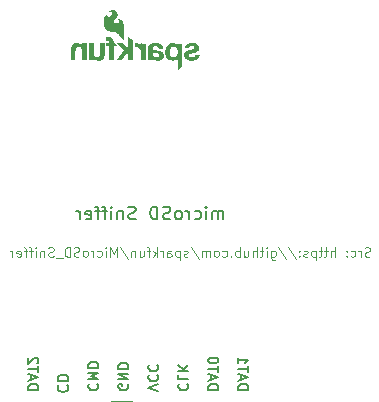
<source format=gbr>
%TF.GenerationSoftware,KiCad,Pcbnew,7.0.9*%
%TF.CreationDate,2023-12-03T04:53:17-05:00*%
%TF.ProjectId,SparkFun_MicroSD_Sniffer_v10,53706172-6b46-4756-9e5f-4d6963726f53,rev?*%
%TF.SameCoordinates,Original*%
%TF.FileFunction,Legend,Bot*%
%TF.FilePolarity,Positive*%
%FSLAX46Y46*%
G04 Gerber Fmt 4.6, Leading zero omitted, Abs format (unit mm)*
G04 Created by KiCad (PCBNEW 7.0.9) date 2023-12-03 04:53:17*
%MOMM*%
%LPD*%
G01*
G04 APERTURE LIST*
G04 Aperture macros list*
%AMRoundRect*
0 Rectangle with rounded corners*
0 $1 Rounding radius*
0 $2 $3 $4 $5 $6 $7 $8 $9 X,Y pos of 4 corners*
0 Add a 4 corners polygon primitive as box body*
4,1,4,$2,$3,$4,$5,$6,$7,$8,$9,$2,$3,0*
0 Add four circle primitives for the rounded corners*
1,1,$1+$1,$2,$3*
1,1,$1+$1,$4,$5*
1,1,$1+$1,$6,$7*
1,1,$1+$1,$8,$9*
0 Add four rect primitives between the rounded corners*
20,1,$1+$1,$2,$3,$4,$5,0*
20,1,$1+$1,$4,$5,$6,$7,0*
20,1,$1+$1,$6,$7,$8,$9,0*
20,1,$1+$1,$8,$9,$2,$3,0*%
G04 Aperture macros list end*
%ADD10C,0.152400*%
%ADD11C,0.190500*%
%ADD12C,0.100000*%
%ADD13RoundRect,0.101600X1.625000X-0.425000X1.625000X0.425000X-1.625000X0.425000X-1.625000X-0.425000X0*%
%ADD14RoundRect,0.101600X-1.875000X0.425000X-1.875000X-0.425000X1.875000X-0.425000X1.875000X0.425000X0*%
%ADD15RoundRect,0.101600X1.875000X-0.425000X1.875000X0.425000X-1.875000X0.425000X-1.875000X-0.425000X0*%
%ADD16C,2.082800*%
%ADD17RoundRect,0.101600X0.939800X-0.939800X0.939800X0.939800X-0.939800X0.939800X-0.939800X-0.939800X0*%
%ADD18C,1.000000*%
G04 APERTURE END LIST*
D10*
X135670388Y-114989556D02*
X135711512Y-115071803D01*
X135711512Y-115071803D02*
X135711512Y-115195175D01*
X135711512Y-115195175D02*
X135670388Y-115318546D01*
X135670388Y-115318546D02*
X135588140Y-115400794D01*
X135588140Y-115400794D02*
X135505893Y-115441917D01*
X135505893Y-115441917D02*
X135341397Y-115483041D01*
X135341397Y-115483041D02*
X135218026Y-115483041D01*
X135218026Y-115483041D02*
X135053531Y-115441917D01*
X135053531Y-115441917D02*
X134971283Y-115400794D01*
X134971283Y-115400794D02*
X134889036Y-115318546D01*
X134889036Y-115318546D02*
X134847912Y-115195175D01*
X134847912Y-115195175D02*
X134847912Y-115112927D01*
X134847912Y-115112927D02*
X134889036Y-114989556D01*
X134889036Y-114989556D02*
X134930159Y-114948432D01*
X134930159Y-114948432D02*
X135218026Y-114948432D01*
X135218026Y-114948432D02*
X135218026Y-115112927D01*
X134847912Y-114578317D02*
X135711512Y-114578317D01*
X135711512Y-114578317D02*
X134847912Y-114084832D01*
X134847912Y-114084832D02*
X135711512Y-114084832D01*
X134847912Y-113673593D02*
X135711512Y-113673593D01*
X135711512Y-113673593D02*
X135711512Y-113467974D01*
X135711512Y-113467974D02*
X135670388Y-113344603D01*
X135670388Y-113344603D02*
X135588140Y-113262355D01*
X135588140Y-113262355D02*
X135505893Y-113221232D01*
X135505893Y-113221232D02*
X135341397Y-113180108D01*
X135341397Y-113180108D02*
X135218026Y-113180108D01*
X135218026Y-113180108D02*
X135053531Y-113221232D01*
X135053531Y-113221232D02*
X134971283Y-113262355D01*
X134971283Y-113262355D02*
X134889036Y-113344603D01*
X134889036Y-113344603D02*
X134847912Y-113467974D01*
X134847912Y-113467974D02*
X134847912Y-113673593D01*
D11*
X143737648Y-101027983D02*
X143737648Y-100308317D01*
X143737648Y-100411126D02*
X143686243Y-100359721D01*
X143686243Y-100359721D02*
X143583433Y-100308317D01*
X143583433Y-100308317D02*
X143429219Y-100308317D01*
X143429219Y-100308317D02*
X143326410Y-100359721D01*
X143326410Y-100359721D02*
X143275005Y-100462531D01*
X143275005Y-100462531D02*
X143275005Y-101027983D01*
X143275005Y-100462531D02*
X143223600Y-100359721D01*
X143223600Y-100359721D02*
X143120791Y-100308317D01*
X143120791Y-100308317D02*
X142966576Y-100308317D01*
X142966576Y-100308317D02*
X142863767Y-100359721D01*
X142863767Y-100359721D02*
X142812362Y-100462531D01*
X142812362Y-100462531D02*
X142812362Y-101027983D01*
X142298315Y-101027983D02*
X142298315Y-100308317D01*
X142298315Y-99948483D02*
X142349719Y-99999888D01*
X142349719Y-99999888D02*
X142298315Y-100051293D01*
X142298315Y-100051293D02*
X142246910Y-99999888D01*
X142246910Y-99999888D02*
X142298315Y-99948483D01*
X142298315Y-99948483D02*
X142298315Y-100051293D01*
X141321624Y-100976579D02*
X141424433Y-101027983D01*
X141424433Y-101027983D02*
X141630052Y-101027983D01*
X141630052Y-101027983D02*
X141732862Y-100976579D01*
X141732862Y-100976579D02*
X141784267Y-100925174D01*
X141784267Y-100925174D02*
X141835671Y-100822364D01*
X141835671Y-100822364D02*
X141835671Y-100513936D01*
X141835671Y-100513936D02*
X141784267Y-100411126D01*
X141784267Y-100411126D02*
X141732862Y-100359721D01*
X141732862Y-100359721D02*
X141630052Y-100308317D01*
X141630052Y-100308317D02*
X141424433Y-100308317D01*
X141424433Y-100308317D02*
X141321624Y-100359721D01*
X140858981Y-101027983D02*
X140858981Y-100308317D01*
X140858981Y-100513936D02*
X140807576Y-100411126D01*
X140807576Y-100411126D02*
X140756171Y-100359721D01*
X140756171Y-100359721D02*
X140653362Y-100308317D01*
X140653362Y-100308317D02*
X140550552Y-100308317D01*
X140036504Y-101027983D02*
X140139314Y-100976579D01*
X140139314Y-100976579D02*
X140190719Y-100925174D01*
X140190719Y-100925174D02*
X140242123Y-100822364D01*
X140242123Y-100822364D02*
X140242123Y-100513936D01*
X140242123Y-100513936D02*
X140190719Y-100411126D01*
X140190719Y-100411126D02*
X140139314Y-100359721D01*
X140139314Y-100359721D02*
X140036504Y-100308317D01*
X140036504Y-100308317D02*
X139882290Y-100308317D01*
X139882290Y-100308317D02*
X139779481Y-100359721D01*
X139779481Y-100359721D02*
X139728076Y-100411126D01*
X139728076Y-100411126D02*
X139676671Y-100513936D01*
X139676671Y-100513936D02*
X139676671Y-100822364D01*
X139676671Y-100822364D02*
X139728076Y-100925174D01*
X139728076Y-100925174D02*
X139779481Y-100976579D01*
X139779481Y-100976579D02*
X139882290Y-101027983D01*
X139882290Y-101027983D02*
X140036504Y-101027983D01*
X139265433Y-100976579D02*
X139111219Y-101027983D01*
X139111219Y-101027983D02*
X138854195Y-101027983D01*
X138854195Y-101027983D02*
X138751386Y-100976579D01*
X138751386Y-100976579D02*
X138699981Y-100925174D01*
X138699981Y-100925174D02*
X138648576Y-100822364D01*
X138648576Y-100822364D02*
X138648576Y-100719555D01*
X138648576Y-100719555D02*
X138699981Y-100616745D01*
X138699981Y-100616745D02*
X138751386Y-100565340D01*
X138751386Y-100565340D02*
X138854195Y-100513936D01*
X138854195Y-100513936D02*
X139059814Y-100462531D01*
X139059814Y-100462531D02*
X139162624Y-100411126D01*
X139162624Y-100411126D02*
X139214029Y-100359721D01*
X139214029Y-100359721D02*
X139265433Y-100256912D01*
X139265433Y-100256912D02*
X139265433Y-100154102D01*
X139265433Y-100154102D02*
X139214029Y-100051293D01*
X139214029Y-100051293D02*
X139162624Y-99999888D01*
X139162624Y-99999888D02*
X139059814Y-99948483D01*
X139059814Y-99948483D02*
X138802791Y-99948483D01*
X138802791Y-99948483D02*
X138648576Y-99999888D01*
X138185934Y-101027983D02*
X138185934Y-99948483D01*
X138185934Y-99948483D02*
X137928910Y-99948483D01*
X137928910Y-99948483D02*
X137774696Y-99999888D01*
X137774696Y-99999888D02*
X137671886Y-100102698D01*
X137671886Y-100102698D02*
X137620481Y-100205507D01*
X137620481Y-100205507D02*
X137569077Y-100411126D01*
X137569077Y-100411126D02*
X137569077Y-100565340D01*
X137569077Y-100565340D02*
X137620481Y-100770959D01*
X137620481Y-100770959D02*
X137671886Y-100873769D01*
X137671886Y-100873769D02*
X137774696Y-100976579D01*
X137774696Y-100976579D02*
X137928910Y-101027983D01*
X137928910Y-101027983D02*
X138185934Y-101027983D01*
X136335362Y-100976579D02*
X136181148Y-101027983D01*
X136181148Y-101027983D02*
X135924124Y-101027983D01*
X135924124Y-101027983D02*
X135821315Y-100976579D01*
X135821315Y-100976579D02*
X135769910Y-100925174D01*
X135769910Y-100925174D02*
X135718505Y-100822364D01*
X135718505Y-100822364D02*
X135718505Y-100719555D01*
X135718505Y-100719555D02*
X135769910Y-100616745D01*
X135769910Y-100616745D02*
X135821315Y-100565340D01*
X135821315Y-100565340D02*
X135924124Y-100513936D01*
X135924124Y-100513936D02*
X136129743Y-100462531D01*
X136129743Y-100462531D02*
X136232553Y-100411126D01*
X136232553Y-100411126D02*
X136283958Y-100359721D01*
X136283958Y-100359721D02*
X136335362Y-100256912D01*
X136335362Y-100256912D02*
X136335362Y-100154102D01*
X136335362Y-100154102D02*
X136283958Y-100051293D01*
X136283958Y-100051293D02*
X136232553Y-99999888D01*
X136232553Y-99999888D02*
X136129743Y-99948483D01*
X136129743Y-99948483D02*
X135872720Y-99948483D01*
X135872720Y-99948483D02*
X135718505Y-99999888D01*
X135255863Y-100308317D02*
X135255863Y-101027983D01*
X135255863Y-100411126D02*
X135204458Y-100359721D01*
X135204458Y-100359721D02*
X135101648Y-100308317D01*
X135101648Y-100308317D02*
X134947434Y-100308317D01*
X134947434Y-100308317D02*
X134844625Y-100359721D01*
X134844625Y-100359721D02*
X134793220Y-100462531D01*
X134793220Y-100462531D02*
X134793220Y-101027983D01*
X134279173Y-101027983D02*
X134279173Y-100308317D01*
X134279173Y-99948483D02*
X134330577Y-99999888D01*
X134330577Y-99999888D02*
X134279173Y-100051293D01*
X134279173Y-100051293D02*
X134227768Y-99999888D01*
X134227768Y-99999888D02*
X134279173Y-99948483D01*
X134279173Y-99948483D02*
X134279173Y-100051293D01*
X133919339Y-100308317D02*
X133508101Y-100308317D01*
X133765125Y-101027983D02*
X133765125Y-100102698D01*
X133765125Y-100102698D02*
X133713720Y-99999888D01*
X133713720Y-99999888D02*
X133610910Y-99948483D01*
X133610910Y-99948483D02*
X133508101Y-99948483D01*
X133302482Y-100308317D02*
X132891244Y-100308317D01*
X133148268Y-101027983D02*
X133148268Y-100102698D01*
X133148268Y-100102698D02*
X133096863Y-99999888D01*
X133096863Y-99999888D02*
X132994053Y-99948483D01*
X132994053Y-99948483D02*
X132891244Y-99948483D01*
X132120173Y-100976579D02*
X132222982Y-101027983D01*
X132222982Y-101027983D02*
X132428601Y-101027983D01*
X132428601Y-101027983D02*
X132531411Y-100976579D01*
X132531411Y-100976579D02*
X132582815Y-100873769D01*
X132582815Y-100873769D02*
X132582815Y-100462531D01*
X132582815Y-100462531D02*
X132531411Y-100359721D01*
X132531411Y-100359721D02*
X132428601Y-100308317D01*
X132428601Y-100308317D02*
X132222982Y-100308317D01*
X132222982Y-100308317D02*
X132120173Y-100359721D01*
X132120173Y-100359721D02*
X132068768Y-100462531D01*
X132068768Y-100462531D02*
X132068768Y-100565340D01*
X132068768Y-100565340D02*
X132582815Y-100668150D01*
X131606125Y-101027983D02*
X131606125Y-100308317D01*
X131606125Y-100513936D02*
X131554720Y-100411126D01*
X131554720Y-100411126D02*
X131503315Y-100359721D01*
X131503315Y-100359721D02*
X131400506Y-100308317D01*
X131400506Y-100308317D02*
X131297696Y-100308317D01*
D10*
X142467912Y-115441917D02*
X143331512Y-115441917D01*
X143331512Y-115441917D02*
X143331512Y-115236298D01*
X143331512Y-115236298D02*
X143290388Y-115112927D01*
X143290388Y-115112927D02*
X143208140Y-115030679D01*
X143208140Y-115030679D02*
X143125893Y-114989556D01*
X143125893Y-114989556D02*
X142961397Y-114948432D01*
X142961397Y-114948432D02*
X142838026Y-114948432D01*
X142838026Y-114948432D02*
X142673531Y-114989556D01*
X142673531Y-114989556D02*
X142591283Y-115030679D01*
X142591283Y-115030679D02*
X142509036Y-115112927D01*
X142509036Y-115112927D02*
X142467912Y-115236298D01*
X142467912Y-115236298D02*
X142467912Y-115441917D01*
X142714655Y-114619441D02*
X142714655Y-114208203D01*
X142467912Y-114701689D02*
X143331512Y-114413822D01*
X143331512Y-114413822D02*
X142467912Y-114125956D01*
X143331512Y-113961460D02*
X143331512Y-113467974D01*
X142467912Y-113714717D02*
X143331512Y-113714717D01*
X143331512Y-113015612D02*
X143331512Y-112933365D01*
X143331512Y-112933365D02*
X143290388Y-112851117D01*
X143290388Y-112851117D02*
X143249264Y-112809993D01*
X143249264Y-112809993D02*
X143167016Y-112768869D01*
X143167016Y-112768869D02*
X143002521Y-112727746D01*
X143002521Y-112727746D02*
X142796902Y-112727746D01*
X142796902Y-112727746D02*
X142632407Y-112768869D01*
X142632407Y-112768869D02*
X142550159Y-112809993D01*
X142550159Y-112809993D02*
X142509036Y-112851117D01*
X142509036Y-112851117D02*
X142467912Y-112933365D01*
X142467912Y-112933365D02*
X142467912Y-113015612D01*
X142467912Y-113015612D02*
X142509036Y-113097860D01*
X142509036Y-113097860D02*
X142550159Y-113138984D01*
X142550159Y-113138984D02*
X142632407Y-113180107D01*
X142632407Y-113180107D02*
X142796902Y-113221231D01*
X142796902Y-113221231D02*
X143002521Y-113221231D01*
X143002521Y-113221231D02*
X143167016Y-113180107D01*
X143167016Y-113180107D02*
X143249264Y-113138984D01*
X143249264Y-113138984D02*
X143290388Y-113097860D01*
X143290388Y-113097860D02*
X143331512Y-113015612D01*
X140010159Y-114948432D02*
X139969036Y-114989556D01*
X139969036Y-114989556D02*
X139927912Y-115112927D01*
X139927912Y-115112927D02*
X139927912Y-115195175D01*
X139927912Y-115195175D02*
X139969036Y-115318546D01*
X139969036Y-115318546D02*
X140051283Y-115400794D01*
X140051283Y-115400794D02*
X140133531Y-115441917D01*
X140133531Y-115441917D02*
X140298026Y-115483041D01*
X140298026Y-115483041D02*
X140421397Y-115483041D01*
X140421397Y-115483041D02*
X140585893Y-115441917D01*
X140585893Y-115441917D02*
X140668140Y-115400794D01*
X140668140Y-115400794D02*
X140750388Y-115318546D01*
X140750388Y-115318546D02*
X140791512Y-115195175D01*
X140791512Y-115195175D02*
X140791512Y-115112927D01*
X140791512Y-115112927D02*
X140750388Y-114989556D01*
X140750388Y-114989556D02*
X140709264Y-114948432D01*
X139927912Y-114167079D02*
X139927912Y-114578317D01*
X139927912Y-114578317D02*
X140791512Y-114578317D01*
X139927912Y-113879212D02*
X140791512Y-113879212D01*
X139927912Y-113385727D02*
X140421397Y-113755841D01*
X140791512Y-113385727D02*
X140298026Y-113879212D01*
X129830348Y-115072758D02*
X129789225Y-115113882D01*
X129789225Y-115113882D02*
X129748101Y-115237253D01*
X129748101Y-115237253D02*
X129748101Y-115319501D01*
X129748101Y-115319501D02*
X129789225Y-115442872D01*
X129789225Y-115442872D02*
X129871472Y-115525120D01*
X129871472Y-115525120D02*
X129953720Y-115566243D01*
X129953720Y-115566243D02*
X130118215Y-115607367D01*
X130118215Y-115607367D02*
X130241586Y-115607367D01*
X130241586Y-115607367D02*
X130406082Y-115566243D01*
X130406082Y-115566243D02*
X130488329Y-115525120D01*
X130488329Y-115525120D02*
X130570577Y-115442872D01*
X130570577Y-115442872D02*
X130611701Y-115319501D01*
X130611701Y-115319501D02*
X130611701Y-115237253D01*
X130611701Y-115237253D02*
X130570577Y-115113882D01*
X130570577Y-115113882D02*
X130529453Y-115072758D01*
X129748101Y-114702643D02*
X130611701Y-114702643D01*
X130611701Y-114702643D02*
X130611701Y-114497024D01*
X130611701Y-114497024D02*
X130570577Y-114373653D01*
X130570577Y-114373653D02*
X130488329Y-114291405D01*
X130488329Y-114291405D02*
X130406082Y-114250282D01*
X130406082Y-114250282D02*
X130241586Y-114209158D01*
X130241586Y-114209158D02*
X130118215Y-114209158D01*
X130118215Y-114209158D02*
X129953720Y-114250282D01*
X129953720Y-114250282D02*
X129871472Y-114291405D01*
X129871472Y-114291405D02*
X129789225Y-114373653D01*
X129789225Y-114373653D02*
X129748101Y-114497024D01*
X129748101Y-114497024D02*
X129748101Y-114702643D01*
X132390159Y-114948432D02*
X132349036Y-114989556D01*
X132349036Y-114989556D02*
X132307912Y-115112927D01*
X132307912Y-115112927D02*
X132307912Y-115195175D01*
X132307912Y-115195175D02*
X132349036Y-115318546D01*
X132349036Y-115318546D02*
X132431283Y-115400794D01*
X132431283Y-115400794D02*
X132513531Y-115441917D01*
X132513531Y-115441917D02*
X132678026Y-115483041D01*
X132678026Y-115483041D02*
X132801397Y-115483041D01*
X132801397Y-115483041D02*
X132965893Y-115441917D01*
X132965893Y-115441917D02*
X133048140Y-115400794D01*
X133048140Y-115400794D02*
X133130388Y-115318546D01*
X133130388Y-115318546D02*
X133171512Y-115195175D01*
X133171512Y-115195175D02*
X133171512Y-115112927D01*
X133171512Y-115112927D02*
X133130388Y-114989556D01*
X133130388Y-114989556D02*
X133089264Y-114948432D01*
X132307912Y-114578317D02*
X133171512Y-114578317D01*
X133171512Y-114578317D02*
X132554655Y-114290451D01*
X132554655Y-114290451D02*
X133171512Y-114002584D01*
X133171512Y-114002584D02*
X132307912Y-114002584D01*
X132307912Y-113591346D02*
X133171512Y-113591346D01*
X133171512Y-113591346D02*
X133171512Y-113385727D01*
X133171512Y-113385727D02*
X133130388Y-113262356D01*
X133130388Y-113262356D02*
X133048140Y-113180108D01*
X133048140Y-113180108D02*
X132965893Y-113138985D01*
X132965893Y-113138985D02*
X132801397Y-113097861D01*
X132801397Y-113097861D02*
X132678026Y-113097861D01*
X132678026Y-113097861D02*
X132513531Y-113138985D01*
X132513531Y-113138985D02*
X132431283Y-113180108D01*
X132431283Y-113180108D02*
X132349036Y-113262356D01*
X132349036Y-113262356D02*
X132307912Y-113385727D01*
X132307912Y-113385727D02*
X132307912Y-113591346D01*
X145007912Y-115441917D02*
X145871512Y-115441917D01*
X145871512Y-115441917D02*
X145871512Y-115236298D01*
X145871512Y-115236298D02*
X145830388Y-115112927D01*
X145830388Y-115112927D02*
X145748140Y-115030679D01*
X145748140Y-115030679D02*
X145665893Y-114989556D01*
X145665893Y-114989556D02*
X145501397Y-114948432D01*
X145501397Y-114948432D02*
X145378026Y-114948432D01*
X145378026Y-114948432D02*
X145213531Y-114989556D01*
X145213531Y-114989556D02*
X145131283Y-115030679D01*
X145131283Y-115030679D02*
X145049036Y-115112927D01*
X145049036Y-115112927D02*
X145007912Y-115236298D01*
X145007912Y-115236298D02*
X145007912Y-115441917D01*
X145254655Y-114619441D02*
X145254655Y-114208203D01*
X145007912Y-114701689D02*
X145871512Y-114413822D01*
X145871512Y-114413822D02*
X145007912Y-114125956D01*
X145871512Y-113961460D02*
X145871512Y-113467974D01*
X145007912Y-113714717D02*
X145871512Y-113714717D01*
X145007912Y-112727746D02*
X145007912Y-113221231D01*
X145007912Y-112974488D02*
X145871512Y-112974488D01*
X145871512Y-112974488D02*
X145748140Y-113056736D01*
X145748140Y-113056736D02*
X145665893Y-113138984D01*
X145665893Y-113138984D02*
X145624769Y-113221231D01*
X138251512Y-115565289D02*
X137387912Y-115277422D01*
X137387912Y-115277422D02*
X138251512Y-114989556D01*
X137470159Y-114208203D02*
X137429036Y-114249327D01*
X137429036Y-114249327D02*
X137387912Y-114372698D01*
X137387912Y-114372698D02*
X137387912Y-114454946D01*
X137387912Y-114454946D02*
X137429036Y-114578317D01*
X137429036Y-114578317D02*
X137511283Y-114660565D01*
X137511283Y-114660565D02*
X137593531Y-114701688D01*
X137593531Y-114701688D02*
X137758026Y-114742812D01*
X137758026Y-114742812D02*
X137881397Y-114742812D01*
X137881397Y-114742812D02*
X138045893Y-114701688D01*
X138045893Y-114701688D02*
X138128140Y-114660565D01*
X138128140Y-114660565D02*
X138210388Y-114578317D01*
X138210388Y-114578317D02*
X138251512Y-114454946D01*
X138251512Y-114454946D02*
X138251512Y-114372698D01*
X138251512Y-114372698D02*
X138210388Y-114249327D01*
X138210388Y-114249327D02*
X138169264Y-114208203D01*
X137470159Y-113344603D02*
X137429036Y-113385727D01*
X137429036Y-113385727D02*
X137387912Y-113509098D01*
X137387912Y-113509098D02*
X137387912Y-113591346D01*
X137387912Y-113591346D02*
X137429036Y-113714717D01*
X137429036Y-113714717D02*
X137511283Y-113796965D01*
X137511283Y-113796965D02*
X137593531Y-113838088D01*
X137593531Y-113838088D02*
X137758026Y-113879212D01*
X137758026Y-113879212D02*
X137881397Y-113879212D01*
X137881397Y-113879212D02*
X138045893Y-113838088D01*
X138045893Y-113838088D02*
X138128140Y-113796965D01*
X138128140Y-113796965D02*
X138210388Y-113714717D01*
X138210388Y-113714717D02*
X138251512Y-113591346D01*
X138251512Y-113591346D02*
X138251512Y-113509098D01*
X138251512Y-113509098D02*
X138210388Y-113385727D01*
X138210388Y-113385727D02*
X138169264Y-113344603D01*
X127227912Y-115441917D02*
X128091512Y-115441917D01*
X128091512Y-115441917D02*
X128091512Y-115236298D01*
X128091512Y-115236298D02*
X128050388Y-115112927D01*
X128050388Y-115112927D02*
X127968140Y-115030679D01*
X127968140Y-115030679D02*
X127885893Y-114989556D01*
X127885893Y-114989556D02*
X127721397Y-114948432D01*
X127721397Y-114948432D02*
X127598026Y-114948432D01*
X127598026Y-114948432D02*
X127433531Y-114989556D01*
X127433531Y-114989556D02*
X127351283Y-115030679D01*
X127351283Y-115030679D02*
X127269036Y-115112927D01*
X127269036Y-115112927D02*
X127227912Y-115236298D01*
X127227912Y-115236298D02*
X127227912Y-115441917D01*
X127474655Y-114619441D02*
X127474655Y-114208203D01*
X127227912Y-114701689D02*
X128091512Y-114413822D01*
X128091512Y-114413822D02*
X127227912Y-114125956D01*
X128091512Y-113961460D02*
X128091512Y-113467974D01*
X127227912Y-113714717D02*
X128091512Y-113714717D01*
X128009264Y-113221231D02*
X128050388Y-113180107D01*
X128050388Y-113180107D02*
X128091512Y-113097860D01*
X128091512Y-113097860D02*
X128091512Y-112892241D01*
X128091512Y-112892241D02*
X128050388Y-112809993D01*
X128050388Y-112809993D02*
X128009264Y-112768869D01*
X128009264Y-112768869D02*
X127927016Y-112727746D01*
X127927016Y-112727746D02*
X127844769Y-112727746D01*
X127844769Y-112727746D02*
X127721397Y-112768869D01*
X127721397Y-112768869D02*
X127227912Y-113262355D01*
X127227912Y-113262355D02*
X127227912Y-112727746D01*
D12*
X156181830Y-104168800D02*
X156067544Y-104206895D01*
X156067544Y-104206895D02*
X155877068Y-104206895D01*
X155877068Y-104206895D02*
X155800877Y-104168800D01*
X155800877Y-104168800D02*
X155762782Y-104130704D01*
X155762782Y-104130704D02*
X155724687Y-104054514D01*
X155724687Y-104054514D02*
X155724687Y-103978323D01*
X155724687Y-103978323D02*
X155762782Y-103902133D01*
X155762782Y-103902133D02*
X155800877Y-103864038D01*
X155800877Y-103864038D02*
X155877068Y-103825942D01*
X155877068Y-103825942D02*
X156029449Y-103787847D01*
X156029449Y-103787847D02*
X156105639Y-103749752D01*
X156105639Y-103749752D02*
X156143734Y-103711657D01*
X156143734Y-103711657D02*
X156181830Y-103635466D01*
X156181830Y-103635466D02*
X156181830Y-103559276D01*
X156181830Y-103559276D02*
X156143734Y-103483085D01*
X156143734Y-103483085D02*
X156105639Y-103444990D01*
X156105639Y-103444990D02*
X156029449Y-103406895D01*
X156029449Y-103406895D02*
X155838972Y-103406895D01*
X155838972Y-103406895D02*
X155724687Y-103444990D01*
X155381829Y-104206895D02*
X155381829Y-103673561D01*
X155381829Y-103825942D02*
X155343734Y-103749752D01*
X155343734Y-103749752D02*
X155305639Y-103711657D01*
X155305639Y-103711657D02*
X155229448Y-103673561D01*
X155229448Y-103673561D02*
X155153258Y-103673561D01*
X154543734Y-104168800D02*
X154619925Y-104206895D01*
X154619925Y-104206895D02*
X154772306Y-104206895D01*
X154772306Y-104206895D02*
X154848496Y-104168800D01*
X154848496Y-104168800D02*
X154886591Y-104130704D01*
X154886591Y-104130704D02*
X154924687Y-104054514D01*
X154924687Y-104054514D02*
X154924687Y-103825942D01*
X154924687Y-103825942D02*
X154886591Y-103749752D01*
X154886591Y-103749752D02*
X154848496Y-103711657D01*
X154848496Y-103711657D02*
X154772306Y-103673561D01*
X154772306Y-103673561D02*
X154619925Y-103673561D01*
X154619925Y-103673561D02*
X154543734Y-103711657D01*
X154200877Y-104130704D02*
X154162782Y-104168800D01*
X154162782Y-104168800D02*
X154200877Y-104206895D01*
X154200877Y-104206895D02*
X154238973Y-104168800D01*
X154238973Y-104168800D02*
X154200877Y-104130704D01*
X154200877Y-104130704D02*
X154200877Y-104206895D01*
X154200877Y-103711657D02*
X154162782Y-103749752D01*
X154162782Y-103749752D02*
X154200877Y-103787847D01*
X154200877Y-103787847D02*
X154238973Y-103749752D01*
X154238973Y-103749752D02*
X154200877Y-103711657D01*
X154200877Y-103711657D02*
X154200877Y-103787847D01*
X153210401Y-104206895D02*
X153210401Y-103406895D01*
X152867544Y-104206895D02*
X152867544Y-103787847D01*
X152867544Y-103787847D02*
X152905639Y-103711657D01*
X152905639Y-103711657D02*
X152981830Y-103673561D01*
X152981830Y-103673561D02*
X153096116Y-103673561D01*
X153096116Y-103673561D02*
X153172306Y-103711657D01*
X153172306Y-103711657D02*
X153210401Y-103749752D01*
X152600877Y-103673561D02*
X152296115Y-103673561D01*
X152486591Y-103406895D02*
X152486591Y-104092609D01*
X152486591Y-104092609D02*
X152448496Y-104168800D01*
X152448496Y-104168800D02*
X152372306Y-104206895D01*
X152372306Y-104206895D02*
X152296115Y-104206895D01*
X152143734Y-103673561D02*
X151838972Y-103673561D01*
X152029448Y-103406895D02*
X152029448Y-104092609D01*
X152029448Y-104092609D02*
X151991353Y-104168800D01*
X151991353Y-104168800D02*
X151915163Y-104206895D01*
X151915163Y-104206895D02*
X151838972Y-104206895D01*
X151572305Y-103673561D02*
X151572305Y-104473561D01*
X151572305Y-103711657D02*
X151496115Y-103673561D01*
X151496115Y-103673561D02*
X151343734Y-103673561D01*
X151343734Y-103673561D02*
X151267543Y-103711657D01*
X151267543Y-103711657D02*
X151229448Y-103749752D01*
X151229448Y-103749752D02*
X151191353Y-103825942D01*
X151191353Y-103825942D02*
X151191353Y-104054514D01*
X151191353Y-104054514D02*
X151229448Y-104130704D01*
X151229448Y-104130704D02*
X151267543Y-104168800D01*
X151267543Y-104168800D02*
X151343734Y-104206895D01*
X151343734Y-104206895D02*
X151496115Y-104206895D01*
X151496115Y-104206895D02*
X151572305Y-104168800D01*
X150886591Y-104168800D02*
X150810400Y-104206895D01*
X150810400Y-104206895D02*
X150658019Y-104206895D01*
X150658019Y-104206895D02*
X150581829Y-104168800D01*
X150581829Y-104168800D02*
X150543733Y-104092609D01*
X150543733Y-104092609D02*
X150543733Y-104054514D01*
X150543733Y-104054514D02*
X150581829Y-103978323D01*
X150581829Y-103978323D02*
X150658019Y-103940228D01*
X150658019Y-103940228D02*
X150772305Y-103940228D01*
X150772305Y-103940228D02*
X150848495Y-103902133D01*
X150848495Y-103902133D02*
X150886591Y-103825942D01*
X150886591Y-103825942D02*
X150886591Y-103787847D01*
X150886591Y-103787847D02*
X150848495Y-103711657D01*
X150848495Y-103711657D02*
X150772305Y-103673561D01*
X150772305Y-103673561D02*
X150658019Y-103673561D01*
X150658019Y-103673561D02*
X150581829Y-103711657D01*
X150200876Y-104130704D02*
X150162781Y-104168800D01*
X150162781Y-104168800D02*
X150200876Y-104206895D01*
X150200876Y-104206895D02*
X150238972Y-104168800D01*
X150238972Y-104168800D02*
X150200876Y-104130704D01*
X150200876Y-104130704D02*
X150200876Y-104206895D01*
X150200876Y-103711657D02*
X150162781Y-103749752D01*
X150162781Y-103749752D02*
X150200876Y-103787847D01*
X150200876Y-103787847D02*
X150238972Y-103749752D01*
X150238972Y-103749752D02*
X150200876Y-103711657D01*
X150200876Y-103711657D02*
X150200876Y-103787847D01*
X149248496Y-103368800D02*
X149934210Y-104397371D01*
X148410401Y-103368800D02*
X149096115Y-104397371D01*
X147800877Y-103673561D02*
X147800877Y-104321180D01*
X147800877Y-104321180D02*
X147838972Y-104397371D01*
X147838972Y-104397371D02*
X147877068Y-104435466D01*
X147877068Y-104435466D02*
X147953258Y-104473561D01*
X147953258Y-104473561D02*
X148067544Y-104473561D01*
X148067544Y-104473561D02*
X148143734Y-104435466D01*
X147800877Y-104168800D02*
X147877068Y-104206895D01*
X147877068Y-104206895D02*
X148029449Y-104206895D01*
X148029449Y-104206895D02*
X148105639Y-104168800D01*
X148105639Y-104168800D02*
X148143734Y-104130704D01*
X148143734Y-104130704D02*
X148181830Y-104054514D01*
X148181830Y-104054514D02*
X148181830Y-103825942D01*
X148181830Y-103825942D02*
X148143734Y-103749752D01*
X148143734Y-103749752D02*
X148105639Y-103711657D01*
X148105639Y-103711657D02*
X148029449Y-103673561D01*
X148029449Y-103673561D02*
X147877068Y-103673561D01*
X147877068Y-103673561D02*
X147800877Y-103711657D01*
X147419924Y-104206895D02*
X147419924Y-103673561D01*
X147419924Y-103406895D02*
X147458020Y-103444990D01*
X147458020Y-103444990D02*
X147419924Y-103483085D01*
X147419924Y-103483085D02*
X147381829Y-103444990D01*
X147381829Y-103444990D02*
X147419924Y-103406895D01*
X147419924Y-103406895D02*
X147419924Y-103483085D01*
X147153258Y-103673561D02*
X146848496Y-103673561D01*
X147038972Y-103406895D02*
X147038972Y-104092609D01*
X147038972Y-104092609D02*
X147000877Y-104168800D01*
X147000877Y-104168800D02*
X146924687Y-104206895D01*
X146924687Y-104206895D02*
X146848496Y-104206895D01*
X146581829Y-104206895D02*
X146581829Y-103406895D01*
X146238972Y-104206895D02*
X146238972Y-103787847D01*
X146238972Y-103787847D02*
X146277067Y-103711657D01*
X146277067Y-103711657D02*
X146353258Y-103673561D01*
X146353258Y-103673561D02*
X146467544Y-103673561D01*
X146467544Y-103673561D02*
X146543734Y-103711657D01*
X146543734Y-103711657D02*
X146581829Y-103749752D01*
X145515162Y-103673561D02*
X145515162Y-104206895D01*
X145858019Y-103673561D02*
X145858019Y-104092609D01*
X145858019Y-104092609D02*
X145819924Y-104168800D01*
X145819924Y-104168800D02*
X145743734Y-104206895D01*
X145743734Y-104206895D02*
X145629448Y-104206895D01*
X145629448Y-104206895D02*
X145553257Y-104168800D01*
X145553257Y-104168800D02*
X145515162Y-104130704D01*
X145134209Y-104206895D02*
X145134209Y-103406895D01*
X145134209Y-103711657D02*
X145058019Y-103673561D01*
X145058019Y-103673561D02*
X144905638Y-103673561D01*
X144905638Y-103673561D02*
X144829447Y-103711657D01*
X144829447Y-103711657D02*
X144791352Y-103749752D01*
X144791352Y-103749752D02*
X144753257Y-103825942D01*
X144753257Y-103825942D02*
X144753257Y-104054514D01*
X144753257Y-104054514D02*
X144791352Y-104130704D01*
X144791352Y-104130704D02*
X144829447Y-104168800D01*
X144829447Y-104168800D02*
X144905638Y-104206895D01*
X144905638Y-104206895D02*
X145058019Y-104206895D01*
X145058019Y-104206895D02*
X145134209Y-104168800D01*
X144410399Y-104130704D02*
X144372304Y-104168800D01*
X144372304Y-104168800D02*
X144410399Y-104206895D01*
X144410399Y-104206895D02*
X144448495Y-104168800D01*
X144448495Y-104168800D02*
X144410399Y-104130704D01*
X144410399Y-104130704D02*
X144410399Y-104206895D01*
X143686590Y-104168800D02*
X143762781Y-104206895D01*
X143762781Y-104206895D02*
X143915162Y-104206895D01*
X143915162Y-104206895D02*
X143991352Y-104168800D01*
X143991352Y-104168800D02*
X144029447Y-104130704D01*
X144029447Y-104130704D02*
X144067543Y-104054514D01*
X144067543Y-104054514D02*
X144067543Y-103825942D01*
X144067543Y-103825942D02*
X144029447Y-103749752D01*
X144029447Y-103749752D02*
X143991352Y-103711657D01*
X143991352Y-103711657D02*
X143915162Y-103673561D01*
X143915162Y-103673561D02*
X143762781Y-103673561D01*
X143762781Y-103673561D02*
X143686590Y-103711657D01*
X143229448Y-104206895D02*
X143305638Y-104168800D01*
X143305638Y-104168800D02*
X143343733Y-104130704D01*
X143343733Y-104130704D02*
X143381829Y-104054514D01*
X143381829Y-104054514D02*
X143381829Y-103825942D01*
X143381829Y-103825942D02*
X143343733Y-103749752D01*
X143343733Y-103749752D02*
X143305638Y-103711657D01*
X143305638Y-103711657D02*
X143229448Y-103673561D01*
X143229448Y-103673561D02*
X143115162Y-103673561D01*
X143115162Y-103673561D02*
X143038971Y-103711657D01*
X143038971Y-103711657D02*
X143000876Y-103749752D01*
X143000876Y-103749752D02*
X142962781Y-103825942D01*
X142962781Y-103825942D02*
X142962781Y-104054514D01*
X142962781Y-104054514D02*
X143000876Y-104130704D01*
X143000876Y-104130704D02*
X143038971Y-104168800D01*
X143038971Y-104168800D02*
X143115162Y-104206895D01*
X143115162Y-104206895D02*
X143229448Y-104206895D01*
X142619923Y-104206895D02*
X142619923Y-103673561D01*
X142619923Y-103749752D02*
X142581828Y-103711657D01*
X142581828Y-103711657D02*
X142505638Y-103673561D01*
X142505638Y-103673561D02*
X142391352Y-103673561D01*
X142391352Y-103673561D02*
X142315161Y-103711657D01*
X142315161Y-103711657D02*
X142277066Y-103787847D01*
X142277066Y-103787847D02*
X142277066Y-104206895D01*
X142277066Y-103787847D02*
X142238971Y-103711657D01*
X142238971Y-103711657D02*
X142162780Y-103673561D01*
X142162780Y-103673561D02*
X142048495Y-103673561D01*
X142048495Y-103673561D02*
X141972304Y-103711657D01*
X141972304Y-103711657D02*
X141934209Y-103787847D01*
X141934209Y-103787847D02*
X141934209Y-104206895D01*
X140981828Y-103368800D02*
X141667542Y-104397371D01*
X140753257Y-104168800D02*
X140677066Y-104206895D01*
X140677066Y-104206895D02*
X140524685Y-104206895D01*
X140524685Y-104206895D02*
X140448495Y-104168800D01*
X140448495Y-104168800D02*
X140410399Y-104092609D01*
X140410399Y-104092609D02*
X140410399Y-104054514D01*
X140410399Y-104054514D02*
X140448495Y-103978323D01*
X140448495Y-103978323D02*
X140524685Y-103940228D01*
X140524685Y-103940228D02*
X140638971Y-103940228D01*
X140638971Y-103940228D02*
X140715161Y-103902133D01*
X140715161Y-103902133D02*
X140753257Y-103825942D01*
X140753257Y-103825942D02*
X140753257Y-103787847D01*
X140753257Y-103787847D02*
X140715161Y-103711657D01*
X140715161Y-103711657D02*
X140638971Y-103673561D01*
X140638971Y-103673561D02*
X140524685Y-103673561D01*
X140524685Y-103673561D02*
X140448495Y-103711657D01*
X140067542Y-103673561D02*
X140067542Y-104473561D01*
X140067542Y-103711657D02*
X139991352Y-103673561D01*
X139991352Y-103673561D02*
X139838971Y-103673561D01*
X139838971Y-103673561D02*
X139762780Y-103711657D01*
X139762780Y-103711657D02*
X139724685Y-103749752D01*
X139724685Y-103749752D02*
X139686590Y-103825942D01*
X139686590Y-103825942D02*
X139686590Y-104054514D01*
X139686590Y-104054514D02*
X139724685Y-104130704D01*
X139724685Y-104130704D02*
X139762780Y-104168800D01*
X139762780Y-104168800D02*
X139838971Y-104206895D01*
X139838971Y-104206895D02*
X139991352Y-104206895D01*
X139991352Y-104206895D02*
X140067542Y-104168800D01*
X139000875Y-104206895D02*
X139000875Y-103787847D01*
X139000875Y-103787847D02*
X139038970Y-103711657D01*
X139038970Y-103711657D02*
X139115161Y-103673561D01*
X139115161Y-103673561D02*
X139267542Y-103673561D01*
X139267542Y-103673561D02*
X139343732Y-103711657D01*
X139000875Y-104168800D02*
X139077066Y-104206895D01*
X139077066Y-104206895D02*
X139267542Y-104206895D01*
X139267542Y-104206895D02*
X139343732Y-104168800D01*
X139343732Y-104168800D02*
X139381828Y-104092609D01*
X139381828Y-104092609D02*
X139381828Y-104016419D01*
X139381828Y-104016419D02*
X139343732Y-103940228D01*
X139343732Y-103940228D02*
X139267542Y-103902133D01*
X139267542Y-103902133D02*
X139077066Y-103902133D01*
X139077066Y-103902133D02*
X139000875Y-103864038D01*
X138619922Y-104206895D02*
X138619922Y-103673561D01*
X138619922Y-103825942D02*
X138581827Y-103749752D01*
X138581827Y-103749752D02*
X138543732Y-103711657D01*
X138543732Y-103711657D02*
X138467541Y-103673561D01*
X138467541Y-103673561D02*
X138391351Y-103673561D01*
X138124684Y-104206895D02*
X138124684Y-103406895D01*
X138048494Y-103902133D02*
X137819922Y-104206895D01*
X137819922Y-103673561D02*
X138124684Y-103978323D01*
X137591351Y-103673561D02*
X137286589Y-103673561D01*
X137477065Y-104206895D02*
X137477065Y-103521180D01*
X137477065Y-103521180D02*
X137438970Y-103444990D01*
X137438970Y-103444990D02*
X137362780Y-103406895D01*
X137362780Y-103406895D02*
X137286589Y-103406895D01*
X136677065Y-103673561D02*
X136677065Y-104206895D01*
X137019922Y-103673561D02*
X137019922Y-104092609D01*
X137019922Y-104092609D02*
X136981827Y-104168800D01*
X136981827Y-104168800D02*
X136905637Y-104206895D01*
X136905637Y-104206895D02*
X136791351Y-104206895D01*
X136791351Y-104206895D02*
X136715160Y-104168800D01*
X136715160Y-104168800D02*
X136677065Y-104130704D01*
X136296112Y-103673561D02*
X136296112Y-104206895D01*
X136296112Y-103749752D02*
X136258017Y-103711657D01*
X136258017Y-103711657D02*
X136181827Y-103673561D01*
X136181827Y-103673561D02*
X136067541Y-103673561D01*
X136067541Y-103673561D02*
X135991350Y-103711657D01*
X135991350Y-103711657D02*
X135953255Y-103787847D01*
X135953255Y-103787847D02*
X135953255Y-104206895D01*
X135000874Y-103368800D02*
X135686588Y-104397371D01*
X134734207Y-104206895D02*
X134734207Y-103406895D01*
X134734207Y-103406895D02*
X134467541Y-103978323D01*
X134467541Y-103978323D02*
X134200874Y-103406895D01*
X134200874Y-103406895D02*
X134200874Y-104206895D01*
X133819921Y-104206895D02*
X133819921Y-103673561D01*
X133819921Y-103406895D02*
X133858017Y-103444990D01*
X133858017Y-103444990D02*
X133819921Y-103483085D01*
X133819921Y-103483085D02*
X133781826Y-103444990D01*
X133781826Y-103444990D02*
X133819921Y-103406895D01*
X133819921Y-103406895D02*
X133819921Y-103483085D01*
X133096112Y-104168800D02*
X133172303Y-104206895D01*
X133172303Y-104206895D02*
X133324684Y-104206895D01*
X133324684Y-104206895D02*
X133400874Y-104168800D01*
X133400874Y-104168800D02*
X133438969Y-104130704D01*
X133438969Y-104130704D02*
X133477065Y-104054514D01*
X133477065Y-104054514D02*
X133477065Y-103825942D01*
X133477065Y-103825942D02*
X133438969Y-103749752D01*
X133438969Y-103749752D02*
X133400874Y-103711657D01*
X133400874Y-103711657D02*
X133324684Y-103673561D01*
X133324684Y-103673561D02*
X133172303Y-103673561D01*
X133172303Y-103673561D02*
X133096112Y-103711657D01*
X132753255Y-104206895D02*
X132753255Y-103673561D01*
X132753255Y-103825942D02*
X132715160Y-103749752D01*
X132715160Y-103749752D02*
X132677065Y-103711657D01*
X132677065Y-103711657D02*
X132600874Y-103673561D01*
X132600874Y-103673561D02*
X132524684Y-103673561D01*
X132143732Y-104206895D02*
X132219922Y-104168800D01*
X132219922Y-104168800D02*
X132258017Y-104130704D01*
X132258017Y-104130704D02*
X132296113Y-104054514D01*
X132296113Y-104054514D02*
X132296113Y-103825942D01*
X132296113Y-103825942D02*
X132258017Y-103749752D01*
X132258017Y-103749752D02*
X132219922Y-103711657D01*
X132219922Y-103711657D02*
X132143732Y-103673561D01*
X132143732Y-103673561D02*
X132029446Y-103673561D01*
X132029446Y-103673561D02*
X131953255Y-103711657D01*
X131953255Y-103711657D02*
X131915160Y-103749752D01*
X131915160Y-103749752D02*
X131877065Y-103825942D01*
X131877065Y-103825942D02*
X131877065Y-104054514D01*
X131877065Y-104054514D02*
X131915160Y-104130704D01*
X131915160Y-104130704D02*
X131953255Y-104168800D01*
X131953255Y-104168800D02*
X132029446Y-104206895D01*
X132029446Y-104206895D02*
X132143732Y-104206895D01*
X131572303Y-104168800D02*
X131458017Y-104206895D01*
X131458017Y-104206895D02*
X131267541Y-104206895D01*
X131267541Y-104206895D02*
X131191350Y-104168800D01*
X131191350Y-104168800D02*
X131153255Y-104130704D01*
X131153255Y-104130704D02*
X131115160Y-104054514D01*
X131115160Y-104054514D02*
X131115160Y-103978323D01*
X131115160Y-103978323D02*
X131153255Y-103902133D01*
X131153255Y-103902133D02*
X131191350Y-103864038D01*
X131191350Y-103864038D02*
X131267541Y-103825942D01*
X131267541Y-103825942D02*
X131419922Y-103787847D01*
X131419922Y-103787847D02*
X131496112Y-103749752D01*
X131496112Y-103749752D02*
X131534207Y-103711657D01*
X131534207Y-103711657D02*
X131572303Y-103635466D01*
X131572303Y-103635466D02*
X131572303Y-103559276D01*
X131572303Y-103559276D02*
X131534207Y-103483085D01*
X131534207Y-103483085D02*
X131496112Y-103444990D01*
X131496112Y-103444990D02*
X131419922Y-103406895D01*
X131419922Y-103406895D02*
X131229445Y-103406895D01*
X131229445Y-103406895D02*
X131115160Y-103444990D01*
X130772302Y-104206895D02*
X130772302Y-103406895D01*
X130772302Y-103406895D02*
X130581826Y-103406895D01*
X130581826Y-103406895D02*
X130467540Y-103444990D01*
X130467540Y-103444990D02*
X130391350Y-103521180D01*
X130391350Y-103521180D02*
X130353255Y-103597371D01*
X130353255Y-103597371D02*
X130315159Y-103749752D01*
X130315159Y-103749752D02*
X130315159Y-103864038D01*
X130315159Y-103864038D02*
X130353255Y-104016419D01*
X130353255Y-104016419D02*
X130391350Y-104092609D01*
X130391350Y-104092609D02*
X130467540Y-104168800D01*
X130467540Y-104168800D02*
X130581826Y-104206895D01*
X130581826Y-104206895D02*
X130772302Y-104206895D01*
X130162779Y-104283085D02*
X129553255Y-104283085D01*
X129400874Y-104168800D02*
X129286588Y-104206895D01*
X129286588Y-104206895D02*
X129096112Y-104206895D01*
X129096112Y-104206895D02*
X129019921Y-104168800D01*
X129019921Y-104168800D02*
X128981826Y-104130704D01*
X128981826Y-104130704D02*
X128943731Y-104054514D01*
X128943731Y-104054514D02*
X128943731Y-103978323D01*
X128943731Y-103978323D02*
X128981826Y-103902133D01*
X128981826Y-103902133D02*
X129019921Y-103864038D01*
X129019921Y-103864038D02*
X129096112Y-103825942D01*
X129096112Y-103825942D02*
X129248493Y-103787847D01*
X129248493Y-103787847D02*
X129324683Y-103749752D01*
X129324683Y-103749752D02*
X129362778Y-103711657D01*
X129362778Y-103711657D02*
X129400874Y-103635466D01*
X129400874Y-103635466D02*
X129400874Y-103559276D01*
X129400874Y-103559276D02*
X129362778Y-103483085D01*
X129362778Y-103483085D02*
X129324683Y-103444990D01*
X129324683Y-103444990D02*
X129248493Y-103406895D01*
X129248493Y-103406895D02*
X129058016Y-103406895D01*
X129058016Y-103406895D02*
X128943731Y-103444990D01*
X128600873Y-103673561D02*
X128600873Y-104206895D01*
X128600873Y-103749752D02*
X128562778Y-103711657D01*
X128562778Y-103711657D02*
X128486588Y-103673561D01*
X128486588Y-103673561D02*
X128372302Y-103673561D01*
X128372302Y-103673561D02*
X128296111Y-103711657D01*
X128296111Y-103711657D02*
X128258016Y-103787847D01*
X128258016Y-103787847D02*
X128258016Y-104206895D01*
X127877063Y-104206895D02*
X127877063Y-103673561D01*
X127877063Y-103406895D02*
X127915159Y-103444990D01*
X127915159Y-103444990D02*
X127877063Y-103483085D01*
X127877063Y-103483085D02*
X127838968Y-103444990D01*
X127838968Y-103444990D02*
X127877063Y-103406895D01*
X127877063Y-103406895D02*
X127877063Y-103483085D01*
X127610397Y-103673561D02*
X127305635Y-103673561D01*
X127496111Y-104206895D02*
X127496111Y-103521180D01*
X127496111Y-103521180D02*
X127458016Y-103444990D01*
X127458016Y-103444990D02*
X127381826Y-103406895D01*
X127381826Y-103406895D02*
X127305635Y-103406895D01*
X127153254Y-103673561D02*
X126848492Y-103673561D01*
X127038968Y-104206895D02*
X127038968Y-103521180D01*
X127038968Y-103521180D02*
X127000873Y-103444990D01*
X127000873Y-103444990D02*
X126924683Y-103406895D01*
X126924683Y-103406895D02*
X126848492Y-103406895D01*
X126277063Y-104168800D02*
X126353254Y-104206895D01*
X126353254Y-104206895D02*
X126505635Y-104206895D01*
X126505635Y-104206895D02*
X126581825Y-104168800D01*
X126581825Y-104168800D02*
X126619921Y-104092609D01*
X126619921Y-104092609D02*
X126619921Y-103787847D01*
X126619921Y-103787847D02*
X126581825Y-103711657D01*
X126581825Y-103711657D02*
X126505635Y-103673561D01*
X126505635Y-103673561D02*
X126353254Y-103673561D01*
X126353254Y-103673561D02*
X126277063Y-103711657D01*
X126277063Y-103711657D02*
X126238968Y-103787847D01*
X126238968Y-103787847D02*
X126238968Y-103864038D01*
X126238968Y-103864038D02*
X126619921Y-103940228D01*
X125896111Y-104206895D02*
X125896111Y-103673561D01*
X125896111Y-103825942D02*
X125858016Y-103749752D01*
X125858016Y-103749752D02*
X125819921Y-103711657D01*
X125819921Y-103711657D02*
X125743730Y-103673561D01*
X125743730Y-103673561D02*
X125667540Y-103673561D01*
%TO.C,LOGO3*%
G36*
X139233810Y-86931115D02*
G01*
X139243753Y-87010658D01*
X139274471Y-87092571D01*
X138929947Y-87254700D01*
X138878843Y-87132050D01*
X138848751Y-87001648D01*
X138838547Y-86858799D01*
X139233810Y-86848664D01*
X139233810Y-86931115D01*
G37*
G36*
X136123810Y-85809753D02*
G01*
X136123810Y-87553810D01*
X135728730Y-87553810D01*
X135728730Y-87062374D01*
X135581801Y-86925240D01*
X135192685Y-87553810D01*
X134716568Y-87553810D01*
X135308002Y-86651623D01*
X134775054Y-86128730D01*
X135242352Y-86128730D01*
X135728730Y-86634960D01*
X135728730Y-85597017D01*
X136123810Y-85809753D01*
G37*
G36*
X138071590Y-86718750D02*
G01*
X138161550Y-86728746D01*
X138254812Y-86739108D01*
X138173020Y-86953810D01*
X138150670Y-86953810D01*
X138130670Y-86943810D01*
X138090858Y-86943810D01*
X138060857Y-86933810D01*
X138020858Y-86933810D01*
X137990857Y-86923810D01*
X137970670Y-86923810D01*
X137948312Y-86912631D01*
X137999361Y-86708432D01*
X138071590Y-86718750D01*
G37*
G36*
X134222210Y-85628900D02*
G01*
X134302584Y-85669087D01*
X134373012Y-85719393D01*
X134423459Y-85779929D01*
X134453628Y-85850323D01*
X134483810Y-85930809D01*
X134483810Y-86128730D01*
X134602540Y-86128730D01*
X134633085Y-86169456D01*
X134672938Y-86199346D01*
X134832938Y-86359346D01*
X134878890Y-86393810D01*
X134483810Y-86393810D01*
X134483810Y-87553810D01*
X134098730Y-87553810D01*
X134098730Y-86393810D01*
X133828730Y-86393810D01*
X133828730Y-86128730D01*
X134098730Y-86128730D01*
X134098730Y-86051583D01*
X134088730Y-86011583D01*
X134088730Y-85971870D01*
X134079067Y-85952544D01*
X134059532Y-85923241D01*
X134020382Y-85903666D01*
X133980958Y-85893810D01*
X133808730Y-85893810D01*
X133808730Y-85609700D01*
X133830670Y-85598730D01*
X134121643Y-85598730D01*
X134222210Y-85628900D01*
G37*
G36*
X136502021Y-86118843D02*
G01*
X136562312Y-86138940D01*
X136632702Y-86179163D01*
X136683057Y-86219447D01*
X136733238Y-86279663D01*
X136773377Y-86329838D01*
X136808730Y-86391707D01*
X136808730Y-86128017D01*
X136851818Y-86138789D01*
X136901768Y-86148779D01*
X136951827Y-86158791D01*
X136991819Y-86168790D01*
X137041523Y-86178730D01*
X137091583Y-86178730D01*
X137131819Y-86188790D01*
X137183810Y-86199188D01*
X137183810Y-87553810D01*
X136788730Y-87553810D01*
X136788730Y-86821551D01*
X136768804Y-86731884D01*
X136748913Y-86662263D01*
X136709177Y-86592725D01*
X136659612Y-86533248D01*
X136590315Y-86493650D01*
X136510832Y-86473779D01*
X136411147Y-86463810D01*
X136301870Y-86463810D01*
X136281870Y-86473810D01*
X136268730Y-86473810D01*
X136268730Y-86108730D01*
X136280218Y-86108730D01*
X136290218Y-86098730D01*
X136431626Y-86098730D01*
X136502021Y-86118843D01*
G37*
G36*
X132783810Y-86981115D02*
G01*
X132793746Y-87060596D01*
X132823578Y-87130206D01*
X132853358Y-87189766D01*
X132892845Y-87229253D01*
X132942165Y-87258845D01*
X133001636Y-87268756D01*
X133081218Y-87278705D01*
X133140812Y-87268771D01*
X133190341Y-87258866D01*
X133239537Y-87229348D01*
X133269238Y-87189746D01*
X133298867Y-87150241D01*
X133308756Y-87090904D01*
X133318750Y-87010955D01*
X133328730Y-86931115D01*
X133328730Y-86128730D01*
X133713810Y-86128730D01*
X133713810Y-87131499D01*
X133693744Y-87241864D01*
X133663624Y-87342263D01*
X133613269Y-87432902D01*
X133542728Y-87493366D01*
X133452327Y-87543588D01*
X133341805Y-87583778D01*
X133201150Y-87593825D01*
X133140882Y-87583780D01*
X133070684Y-87573752D01*
X133010396Y-87553656D01*
X132960229Y-87533589D01*
X132899893Y-87503422D01*
X132849463Y-87463077D01*
X132809218Y-87412771D01*
X132769911Y-87353810D01*
X132763810Y-87353810D01*
X132763810Y-87553810D01*
X132388730Y-87553810D01*
X132388730Y-86128730D01*
X132783810Y-86128730D01*
X132783810Y-86981115D01*
G37*
G36*
X131491884Y-86108797D02*
G01*
X131552073Y-86128860D01*
X131612396Y-86148968D01*
X131672771Y-86189218D01*
X131722967Y-86229374D01*
X131763244Y-86269652D01*
X131802629Y-86328730D01*
X131808730Y-86328730D01*
X131808730Y-86128730D01*
X132183810Y-86128730D01*
X132183810Y-87553810D01*
X131788730Y-87553810D01*
X131788730Y-86711406D01*
X131778788Y-86621928D01*
X131749002Y-86552427D01*
X131719179Y-86502722D01*
X131679573Y-86453214D01*
X131630376Y-86423696D01*
X131570904Y-86413784D01*
X131491323Y-86403836D01*
X131431728Y-86413769D01*
X131382199Y-86423675D01*
X131333004Y-86453193D01*
X131303381Y-86492689D01*
X131273696Y-86542165D01*
X131263780Y-86601658D01*
X131253788Y-86671607D01*
X131243810Y-86751426D01*
X131243810Y-87553810D01*
X130848730Y-87553810D01*
X130848730Y-86681172D01*
X130858748Y-86550945D01*
X130878796Y-86440676D01*
X130908935Y-86340213D01*
X130959269Y-86259678D01*
X131029725Y-86189222D01*
X131120305Y-86138900D01*
X131230841Y-86108754D01*
X131371179Y-86098730D01*
X131431480Y-86098730D01*
X131491884Y-86108797D01*
G37*
G36*
X139611688Y-86108765D02*
G01*
X139672163Y-86118844D01*
X139722577Y-86149092D01*
X139772723Y-86179180D01*
X139822967Y-86219374D01*
X139863166Y-86259573D01*
X139898730Y-86304030D01*
X139898730Y-86128172D01*
X139951768Y-86138779D01*
X140001827Y-86148791D01*
X140041819Y-86158790D01*
X140091827Y-86168791D01*
X140131582Y-86178730D01*
X140181522Y-86178730D01*
X140231827Y-86188791D01*
X140273810Y-86199287D01*
X140273810Y-88052491D01*
X140222967Y-88093166D01*
X140183066Y-88133066D01*
X140132967Y-88183166D01*
X140082857Y-88223253D01*
X139982967Y-88303165D01*
X139888730Y-88397402D01*
X139888730Y-87373810D01*
X139882491Y-87373810D01*
X139843253Y-87422857D01*
X139802968Y-87473213D01*
X139752577Y-87503448D01*
X139702493Y-87533498D01*
X139642064Y-87563713D01*
X139581688Y-87573775D01*
X139521688Y-87583775D01*
X139461312Y-87593838D01*
X139310695Y-87573756D01*
X139190094Y-87533555D01*
X139079615Y-87453207D01*
X138989215Y-87362807D01*
X138927749Y-87250120D01*
X139272568Y-87087852D01*
X139303471Y-87159955D01*
X139343094Y-87209484D01*
X139402450Y-87258947D01*
X139481739Y-87278770D01*
X139561289Y-87288713D01*
X139650776Y-87278770D01*
X139720057Y-87258976D01*
X139779554Y-87209394D01*
X139829127Y-87159821D01*
X139858857Y-87090453D01*
X139878806Y-87010654D01*
X139898730Y-86930958D01*
X139898730Y-86761425D01*
X139888788Y-86681883D01*
X139858918Y-86602232D01*
X139829080Y-86532610D01*
X139779484Y-86473094D01*
X139730000Y-86433506D01*
X139650658Y-86403753D01*
X139571252Y-86393828D01*
X139481928Y-86403752D01*
X139412481Y-86433515D01*
X139352986Y-86473179D01*
X139303461Y-86532610D01*
X139273622Y-86602232D01*
X139243753Y-86681883D01*
X139233810Y-86761425D01*
X139233810Y-86853746D01*
X138838550Y-86863881D01*
X138848748Y-86710918D01*
X138878810Y-86570629D01*
X138918943Y-86440195D01*
X138989241Y-86329728D01*
X139079614Y-86229313D01*
X139190147Y-86158974D01*
X139330748Y-86108759D01*
X139481185Y-86098730D01*
X139551480Y-86098730D01*
X139611688Y-86108765D01*
G37*
G36*
X141321746Y-86118775D02*
G01*
X141422102Y-86138846D01*
X141522686Y-86189138D01*
X141593061Y-86249460D01*
X141663467Y-86329924D01*
X141703770Y-86430680D01*
X141713822Y-86551305D01*
X141703753Y-86641925D01*
X141673513Y-86712485D01*
X141633102Y-86773102D01*
X141572606Y-86813432D01*
X141502404Y-86853547D01*
X141432217Y-86883628D01*
X141351995Y-86913711D01*
X141261795Y-86933755D01*
X141161819Y-86953751D01*
X141081886Y-86973734D01*
X141001986Y-86993709D01*
X140942337Y-87013592D01*
X140892689Y-87043381D01*
X140853274Y-87072942D01*
X140833666Y-87112158D01*
X140823888Y-87151270D01*
X140833734Y-87190654D01*
X140843564Y-87229972D01*
X140872938Y-87259346D01*
X140912610Y-87289100D01*
X140952158Y-87308874D01*
X140991582Y-87318730D01*
X141031583Y-87318730D01*
X141071374Y-87328678D01*
X141130812Y-87318771D01*
X141180812Y-87308771D01*
X141240241Y-87298867D01*
X141279746Y-87269238D01*
X141319456Y-87239456D01*
X141349038Y-87200014D01*
X141368730Y-87150782D01*
X141368730Y-87088730D01*
X141744231Y-87088730D01*
X141723736Y-87221943D01*
X141683495Y-87322546D01*
X141613126Y-87413021D01*
X141532697Y-87483396D01*
X141432181Y-87533654D01*
X141321814Y-87563754D01*
X141201585Y-87583793D01*
X141081270Y-87593819D01*
X140960955Y-87583793D01*
X140840726Y-87563754D01*
X140730359Y-87533654D01*
X140629843Y-87483396D01*
X140549397Y-87413007D01*
X140489012Y-87332492D01*
X140448798Y-87221903D01*
X140428708Y-87091324D01*
X140438787Y-87000615D01*
X140469027Y-86930055D01*
X140509361Y-86869555D01*
X140569816Y-86819176D01*
X140640010Y-86779065D01*
X140710344Y-86738874D01*
X140800686Y-86718798D01*
X140960654Y-86678806D01*
X141040803Y-86658769D01*
X141120703Y-86648782D01*
X141180296Y-86628917D01*
X141239930Y-86599100D01*
X141279456Y-86569456D01*
X141308931Y-86530156D01*
X141318730Y-86490958D01*
X141318730Y-86452039D01*
X141299157Y-86422679D01*
X141279641Y-86393405D01*
X141250555Y-86383710D01*
X141210559Y-86373711D01*
X141180857Y-86363810D01*
X141011758Y-86363810D01*
X140962318Y-86383586D01*
X140922544Y-86403473D01*
X140893102Y-86423102D01*
X140873530Y-86452460D01*
X140853716Y-86501994D01*
X140843352Y-86553810D01*
X140468272Y-86553810D01*
X140488827Y-86430476D01*
X140539101Y-86329929D01*
X140599456Y-86249456D01*
X140679976Y-86189066D01*
X140770386Y-86148883D01*
X140870676Y-86118796D01*
X140981041Y-86098730D01*
X141211499Y-86098730D01*
X141321746Y-86118775D01*
G37*
G36*
X134532127Y-83318844D02*
G01*
X134642741Y-83379179D01*
X134733171Y-83459561D01*
X134783559Y-83530104D01*
X134813810Y-83620858D01*
X134813810Y-83701549D01*
X134793669Y-83792181D01*
X134743359Y-83882739D01*
X134673175Y-83962950D01*
X134593175Y-84052950D01*
X134523447Y-84132641D01*
X134493810Y-84201793D01*
X134493810Y-84270857D01*
X134513537Y-84330038D01*
X134553008Y-84379376D01*
X134612313Y-84418913D01*
X134691582Y-84438730D01*
X134771017Y-84438730D01*
X134820547Y-84428824D01*
X134870081Y-84409011D01*
X134899651Y-84389297D01*
X134929182Y-84359766D01*
X134948917Y-84320296D01*
X134958730Y-84290857D01*
X134958730Y-84261683D01*
X134948967Y-84232394D01*
X134929297Y-84202889D01*
X134889899Y-84163491D01*
X134860296Y-84153623D01*
X134840134Y-84143542D01*
X134819765Y-84133358D01*
X134806982Y-84120574D01*
X134830670Y-84108730D01*
X134850958Y-84108730D01*
X134890957Y-84098730D01*
X134971480Y-84098730D01*
X135031958Y-84108810D01*
X135082213Y-84128912D01*
X135132525Y-84149036D01*
X135172689Y-84179160D01*
X135223121Y-84209419D01*
X135253498Y-84260047D01*
X135283623Y-84320296D01*
X135303765Y-84380722D01*
X135313794Y-84470990D01*
X135323810Y-84561129D01*
X135323810Y-85843810D01*
X135309911Y-85843810D01*
X135289297Y-85812889D01*
X135259346Y-85782938D01*
X135229347Y-85742939D01*
X135179392Y-85692985D01*
X135129394Y-85632986D01*
X135069325Y-85572917D01*
X135019326Y-85502918D01*
X134949474Y-85433066D01*
X134889392Y-85372985D01*
X134839484Y-85313094D01*
X134789683Y-85273253D01*
X134739818Y-85233361D01*
X134690376Y-85203696D01*
X134631062Y-85193810D01*
X134441060Y-85193810D01*
X134320726Y-85173754D01*
X134210462Y-85143682D01*
X134110138Y-85103553D01*
X134009768Y-85043331D01*
X133929534Y-84973126D01*
X133849362Y-84892954D01*
X133779145Y-84802675D01*
X133678903Y-84622240D01*
X133628749Y-84441685D01*
X133618717Y-84261104D01*
X133648810Y-84100605D01*
X133698957Y-83960194D01*
X133769203Y-83839772D01*
X133849697Y-83749217D01*
X133933810Y-83707160D01*
X133933810Y-83790857D01*
X133943680Y-83820467D01*
X133953405Y-83849641D01*
X133982394Y-83868967D01*
X134011683Y-83878730D01*
X134080670Y-83878730D01*
X134159996Y-83839067D01*
X134189798Y-83819199D01*
X134229802Y-83789196D01*
X134259652Y-83769297D01*
X134289183Y-83739766D01*
X134309069Y-83699993D01*
X134328913Y-83670228D01*
X134338829Y-83630559D01*
X134348593Y-83601270D01*
X134338917Y-83572244D01*
X134328917Y-83552244D01*
X134318967Y-83522394D01*
X134299399Y-83493042D01*
X134259930Y-83463440D01*
X134220439Y-83443695D01*
X134170713Y-83433749D01*
X134130958Y-83423810D01*
X134101683Y-83423810D01*
X134071682Y-83433810D01*
X134035138Y-83433810D01*
X134049602Y-83419346D01*
X134089929Y-83389101D01*
X134150253Y-83358939D01*
X134230422Y-83328875D01*
X134320858Y-83298730D01*
X134421499Y-83298730D01*
X134532127Y-83318844D01*
G37*
G36*
X138191728Y-86108771D02*
G01*
X138251884Y-86118797D01*
X138311924Y-86138811D01*
X138361997Y-86148825D01*
X138412402Y-86168987D01*
X138462577Y-86199092D01*
X138512689Y-86229159D01*
X138553084Y-86259456D01*
X138583381Y-86299851D01*
X138613382Y-86349852D01*
X138643549Y-86390076D01*
X138663743Y-86450656D01*
X138673775Y-86510852D01*
X138684268Y-86573810D01*
X138288730Y-86573810D01*
X138288730Y-86521870D01*
X138278917Y-86502244D01*
X138268917Y-86472244D01*
X138259182Y-86452774D01*
X138219766Y-86413358D01*
X138120670Y-86363810D01*
X137941870Y-86363810D01*
X137921870Y-86373810D01*
X137901870Y-86373810D01*
X137862406Y-86393542D01*
X137843164Y-86403164D01*
X137833358Y-86422775D01*
X137823358Y-86432775D01*
X137813542Y-86452406D01*
X137793810Y-86491870D01*
X137793810Y-86600424D01*
X137823004Y-86639348D01*
X137872338Y-86668949D01*
X137932021Y-86688843D01*
X138004330Y-86709503D01*
X137953253Y-86913810D01*
X137910670Y-86913810D01*
X137890670Y-86903810D01*
X137870670Y-86903810D01*
X137830670Y-86883810D01*
X137810218Y-86883810D01*
X137793810Y-86867402D01*
X137793810Y-87090857D01*
X137803623Y-87120296D01*
X137813623Y-87140296D01*
X137823680Y-87170467D01*
X137833491Y-87199899D01*
X137853244Y-87219652D01*
X137873244Y-87249652D01*
X137892889Y-87269297D01*
X137922313Y-87288913D01*
X137962157Y-87298873D01*
X138001870Y-87318730D01*
X138051522Y-87318730D01*
X138101523Y-87328730D01*
X138150670Y-87328730D01*
X138170670Y-87318730D01*
X138190670Y-87318730D01*
X138210670Y-87308730D01*
X138230670Y-87308730D01*
X138250134Y-87298998D01*
X138269766Y-87289183D01*
X138279765Y-87279182D01*
X138299377Y-87269377D01*
X138309182Y-87249765D01*
X138319183Y-87239766D01*
X138328730Y-87220670D01*
X138328730Y-87200858D01*
X138338730Y-87170858D01*
X138338730Y-87121870D01*
X138328730Y-87101870D01*
X138328730Y-87081870D01*
X138299377Y-87023164D01*
X138279765Y-87013358D01*
X138269766Y-87003358D01*
X138250134Y-86993542D01*
X138229765Y-86983358D01*
X138219766Y-86973358D01*
X138200296Y-86963623D01*
X138167953Y-86952842D01*
X138249596Y-86738528D01*
X138341720Y-86748764D01*
X138422026Y-86768841D01*
X138502353Y-86798963D01*
X138572740Y-86839184D01*
X138643257Y-86899628D01*
X138683600Y-86970228D01*
X138713737Y-87060638D01*
X138733856Y-87171293D01*
X138723810Y-87221523D01*
X138723810Y-87271870D01*
X138703695Y-87312102D01*
X138693662Y-87362261D01*
X138673344Y-87392738D01*
X138643342Y-87432742D01*
X138623244Y-87462888D01*
X138592775Y-87493358D01*
X138552544Y-87513474D01*
X138522547Y-87533471D01*
X138482311Y-87553589D01*
X138432053Y-87573692D01*
X138391583Y-87583810D01*
X138341523Y-87583810D01*
X138291522Y-87593810D01*
X138180858Y-87593810D01*
X138150857Y-87583810D01*
X138110858Y-87583810D01*
X138080857Y-87573810D01*
X138050858Y-87573810D01*
X138020467Y-87563680D01*
X137960467Y-87543680D01*
X137930144Y-87533572D01*
X137900146Y-87513573D01*
X137870144Y-87503572D01*
X137839652Y-87483244D01*
X137819652Y-87463244D01*
X137789438Y-87443102D01*
X137773810Y-87419659D01*
X137773810Y-87472322D01*
X137763810Y-87482322D01*
X137763810Y-87512322D01*
X137753810Y-87522322D01*
X137753810Y-87532322D01*
X137743810Y-87542322D01*
X137743810Y-87553810D01*
X137348730Y-87553810D01*
X137348730Y-87540218D01*
X137359182Y-87529766D01*
X137368730Y-87510670D01*
X137368730Y-87480670D01*
X137378730Y-87460670D01*
X137378730Y-87440670D01*
X137388730Y-87420670D01*
X137388730Y-87330670D01*
X137398730Y-87310670D01*
X137398730Y-86441018D01*
X137408825Y-86390543D01*
X137428951Y-86340229D01*
X137449101Y-86299929D01*
X137479456Y-86259456D01*
X137519746Y-86229238D01*
X137559746Y-86199238D01*
X137600015Y-86169036D01*
X137650543Y-86148825D01*
X137700547Y-86138825D01*
X137750543Y-86118825D01*
X137801018Y-86108730D01*
X137861017Y-86108730D01*
X137911018Y-86098730D01*
X138141522Y-86098730D01*
X138191728Y-86108771D01*
G37*
%TD*%
%LPC*%
D13*
%TO.C,U1*%
X169696100Y-108514200D03*
X169696100Y-105214200D03*
X169696100Y-107414200D03*
X169696100Y-103014200D03*
X169696100Y-101914200D03*
X169696100Y-109614200D03*
D14*
X169896100Y-104114200D03*
D15*
X169896100Y-106314200D03*
%TD*%
D16*
%TO.C,JP1*%
X127596900Y-117398800D03*
X130136900Y-117398800D03*
X132676900Y-117398800D03*
D17*
X135216900Y-117398800D03*
D16*
X137756900Y-117398800D03*
X140296900Y-117398800D03*
X142836900Y-117398800D03*
X145376900Y-117398800D03*
%TD*%
D18*
%TO.C,Card1*%
X141610000Y-95450000D03*
X133610000Y-95450000D03*
%TD*%
%LPD*%
M02*

</source>
